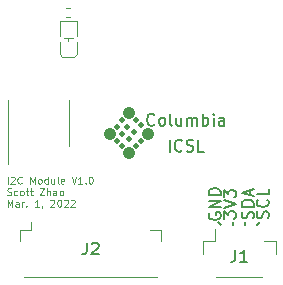
<source format=gbr>
%TF.GenerationSoftware,KiCad,Pcbnew,(6.0.0-0)*%
%TF.CreationDate,2022-03-07T15:49:25-05:00*%
%TF.ProjectId,qwiic,71776969-632e-46b6-9963-61645f706362,rev?*%
%TF.SameCoordinates,Original*%
%TF.FileFunction,Legend,Top*%
%TF.FilePolarity,Positive*%
%FSLAX46Y46*%
G04 Gerber Fmt 4.6, Leading zero omitted, Abs format (unit mm)*
G04 Created by KiCad (PCBNEW (6.0.0-0)) date 2022-03-07 15:49:25*
%MOMM*%
%LPD*%
G01*
G04 APERTURE LIST*
%ADD10C,0.152400*%
%ADD11C,0.080000*%
%ADD12C,0.150000*%
%ADD13C,0.200000*%
%ADD14C,0.120000*%
%ADD15C,0.500000*%
%ADD16C,1.000000*%
G04 APERTURE END LIST*
D10*
X112522000Y-81788000D02*
X112522000Y-81534000D01*
X114554000Y-81788000D02*
X114808000Y-81534000D01*
X111506000Y-81788000D02*
X111252000Y-81534000D01*
X113538000Y-81788000D02*
X113538000Y-81534000D01*
D11*
X93412857Y-78299428D02*
X93412857Y-77699428D01*
X93670000Y-77756571D02*
X93698571Y-77728000D01*
X93755714Y-77699428D01*
X93898571Y-77699428D01*
X93955714Y-77728000D01*
X93984285Y-77756571D01*
X94012857Y-77813714D01*
X94012857Y-77870857D01*
X93984285Y-77956571D01*
X93641428Y-78299428D01*
X94012857Y-78299428D01*
X94612857Y-78242285D02*
X94584285Y-78270857D01*
X94498571Y-78299428D01*
X94441428Y-78299428D01*
X94355714Y-78270857D01*
X94298571Y-78213714D01*
X94270000Y-78156571D01*
X94241428Y-78042285D01*
X94241428Y-77956571D01*
X94270000Y-77842285D01*
X94298571Y-77785142D01*
X94355714Y-77728000D01*
X94441428Y-77699428D01*
X94498571Y-77699428D01*
X94584285Y-77728000D01*
X94612857Y-77756571D01*
X95327142Y-78299428D02*
X95327142Y-77699428D01*
X95527142Y-78128000D01*
X95727142Y-77699428D01*
X95727142Y-78299428D01*
X96098571Y-78299428D02*
X96041428Y-78270857D01*
X96012857Y-78242285D01*
X95984285Y-78185142D01*
X95984285Y-78013714D01*
X96012857Y-77956571D01*
X96041428Y-77928000D01*
X96098571Y-77899428D01*
X96184285Y-77899428D01*
X96241428Y-77928000D01*
X96270000Y-77956571D01*
X96298571Y-78013714D01*
X96298571Y-78185142D01*
X96270000Y-78242285D01*
X96241428Y-78270857D01*
X96184285Y-78299428D01*
X96098571Y-78299428D01*
X96812857Y-78299428D02*
X96812857Y-77699428D01*
X96812857Y-78270857D02*
X96755714Y-78299428D01*
X96641428Y-78299428D01*
X96584285Y-78270857D01*
X96555714Y-78242285D01*
X96527142Y-78185142D01*
X96527142Y-78013714D01*
X96555714Y-77956571D01*
X96584285Y-77928000D01*
X96641428Y-77899428D01*
X96755714Y-77899428D01*
X96812857Y-77928000D01*
X97355714Y-77899428D02*
X97355714Y-78299428D01*
X97098571Y-77899428D02*
X97098571Y-78213714D01*
X97127142Y-78270857D01*
X97184285Y-78299428D01*
X97270000Y-78299428D01*
X97327142Y-78270857D01*
X97355714Y-78242285D01*
X97727142Y-78299428D02*
X97670000Y-78270857D01*
X97641428Y-78213714D01*
X97641428Y-77699428D01*
X98184285Y-78270857D02*
X98127142Y-78299428D01*
X98012857Y-78299428D01*
X97955714Y-78270857D01*
X97927142Y-78213714D01*
X97927142Y-77985142D01*
X97955714Y-77928000D01*
X98012857Y-77899428D01*
X98127142Y-77899428D01*
X98184285Y-77928000D01*
X98212857Y-77985142D01*
X98212857Y-78042285D01*
X97927142Y-78099428D01*
X98841428Y-77699428D02*
X99041428Y-78299428D01*
X99241428Y-77699428D01*
X99755714Y-78299428D02*
X99412857Y-78299428D01*
X99584285Y-78299428D02*
X99584285Y-77699428D01*
X99527142Y-77785142D01*
X99470000Y-77842285D01*
X99412857Y-77870857D01*
X100012857Y-78242285D02*
X100041428Y-78270857D01*
X100012857Y-78299428D01*
X99984285Y-78270857D01*
X100012857Y-78242285D01*
X100012857Y-78299428D01*
X100412857Y-77699428D02*
X100470000Y-77699428D01*
X100527142Y-77728000D01*
X100555714Y-77756571D01*
X100584285Y-77813714D01*
X100612857Y-77928000D01*
X100612857Y-78070857D01*
X100584285Y-78185142D01*
X100555714Y-78242285D01*
X100527142Y-78270857D01*
X100470000Y-78299428D01*
X100412857Y-78299428D01*
X100355714Y-78270857D01*
X100327142Y-78242285D01*
X100298571Y-78185142D01*
X100270000Y-78070857D01*
X100270000Y-77928000D01*
X100298571Y-77813714D01*
X100327142Y-77756571D01*
X100355714Y-77728000D01*
X100412857Y-77699428D01*
X93384285Y-79236857D02*
X93470000Y-79265428D01*
X93612857Y-79265428D01*
X93670000Y-79236857D01*
X93698571Y-79208285D01*
X93727142Y-79151142D01*
X93727142Y-79094000D01*
X93698571Y-79036857D01*
X93670000Y-79008285D01*
X93612857Y-78979714D01*
X93498571Y-78951142D01*
X93441428Y-78922571D01*
X93412857Y-78894000D01*
X93384285Y-78836857D01*
X93384285Y-78779714D01*
X93412857Y-78722571D01*
X93441428Y-78694000D01*
X93498571Y-78665428D01*
X93641428Y-78665428D01*
X93727142Y-78694000D01*
X94241428Y-79236857D02*
X94184285Y-79265428D01*
X94070000Y-79265428D01*
X94012857Y-79236857D01*
X93984285Y-79208285D01*
X93955714Y-79151142D01*
X93955714Y-78979714D01*
X93984285Y-78922571D01*
X94012857Y-78894000D01*
X94070000Y-78865428D01*
X94184285Y-78865428D01*
X94241428Y-78894000D01*
X94584285Y-79265428D02*
X94527142Y-79236857D01*
X94498571Y-79208285D01*
X94470000Y-79151142D01*
X94470000Y-78979714D01*
X94498571Y-78922571D01*
X94527142Y-78894000D01*
X94584285Y-78865428D01*
X94670000Y-78865428D01*
X94727142Y-78894000D01*
X94755714Y-78922571D01*
X94784285Y-78979714D01*
X94784285Y-79151142D01*
X94755714Y-79208285D01*
X94727142Y-79236857D01*
X94670000Y-79265428D01*
X94584285Y-79265428D01*
X94955714Y-78865428D02*
X95184285Y-78865428D01*
X95041428Y-78665428D02*
X95041428Y-79179714D01*
X95070000Y-79236857D01*
X95127142Y-79265428D01*
X95184285Y-79265428D01*
X95298571Y-78865428D02*
X95527142Y-78865428D01*
X95384285Y-78665428D02*
X95384285Y-79179714D01*
X95412857Y-79236857D01*
X95470000Y-79265428D01*
X95527142Y-79265428D01*
X96127142Y-78665428D02*
X96527142Y-78665428D01*
X96127142Y-79265428D01*
X96527142Y-79265428D01*
X96755714Y-79265428D02*
X96755714Y-78665428D01*
X97012857Y-79265428D02*
X97012857Y-78951142D01*
X96984285Y-78894000D01*
X96927142Y-78865428D01*
X96841428Y-78865428D01*
X96784285Y-78894000D01*
X96755714Y-78922571D01*
X97555714Y-79265428D02*
X97555714Y-78951142D01*
X97527142Y-78894000D01*
X97470000Y-78865428D01*
X97355714Y-78865428D01*
X97298571Y-78894000D01*
X97555714Y-79236857D02*
X97498571Y-79265428D01*
X97355714Y-79265428D01*
X97298571Y-79236857D01*
X97270000Y-79179714D01*
X97270000Y-79122571D01*
X97298571Y-79065428D01*
X97355714Y-79036857D01*
X97498571Y-79036857D01*
X97555714Y-79008285D01*
X97927142Y-79265428D02*
X97870000Y-79236857D01*
X97841428Y-79208285D01*
X97812857Y-79151142D01*
X97812857Y-78979714D01*
X97841428Y-78922571D01*
X97870000Y-78894000D01*
X97927142Y-78865428D01*
X98012857Y-78865428D01*
X98070000Y-78894000D01*
X98098571Y-78922571D01*
X98127142Y-78979714D01*
X98127142Y-79151142D01*
X98098571Y-79208285D01*
X98070000Y-79236857D01*
X98012857Y-79265428D01*
X97927142Y-79265428D01*
X93412857Y-80231428D02*
X93412857Y-79631428D01*
X93612857Y-80060000D01*
X93812857Y-79631428D01*
X93812857Y-80231428D01*
X94355714Y-80231428D02*
X94355714Y-79917142D01*
X94327142Y-79860000D01*
X94270000Y-79831428D01*
X94155714Y-79831428D01*
X94098571Y-79860000D01*
X94355714Y-80202857D02*
X94298571Y-80231428D01*
X94155714Y-80231428D01*
X94098571Y-80202857D01*
X94070000Y-80145714D01*
X94070000Y-80088571D01*
X94098571Y-80031428D01*
X94155714Y-80002857D01*
X94298571Y-80002857D01*
X94355714Y-79974285D01*
X94641428Y-80231428D02*
X94641428Y-79831428D01*
X94641428Y-79945714D02*
X94670000Y-79888571D01*
X94698571Y-79860000D01*
X94755714Y-79831428D01*
X94812857Y-79831428D01*
X95012857Y-80174285D02*
X95041428Y-80202857D01*
X95012857Y-80231428D01*
X94984285Y-80202857D01*
X95012857Y-80174285D01*
X95012857Y-80231428D01*
X96070000Y-80231428D02*
X95727142Y-80231428D01*
X95898571Y-80231428D02*
X95898571Y-79631428D01*
X95841428Y-79717142D01*
X95784285Y-79774285D01*
X95727142Y-79802857D01*
X96355714Y-80202857D02*
X96355714Y-80231428D01*
X96327142Y-80288571D01*
X96298571Y-80317142D01*
X97041428Y-79688571D02*
X97070000Y-79660000D01*
X97127142Y-79631428D01*
X97270000Y-79631428D01*
X97327142Y-79660000D01*
X97355714Y-79688571D01*
X97384285Y-79745714D01*
X97384285Y-79802857D01*
X97355714Y-79888571D01*
X97012857Y-80231428D01*
X97384285Y-80231428D01*
X97755714Y-79631428D02*
X97812857Y-79631428D01*
X97870000Y-79660000D01*
X97898571Y-79688571D01*
X97927142Y-79745714D01*
X97955714Y-79860000D01*
X97955714Y-80002857D01*
X97927142Y-80117142D01*
X97898571Y-80174285D01*
X97870000Y-80202857D01*
X97812857Y-80231428D01*
X97755714Y-80231428D01*
X97698571Y-80202857D01*
X97670000Y-80174285D01*
X97641428Y-80117142D01*
X97612857Y-80002857D01*
X97612857Y-79860000D01*
X97641428Y-79745714D01*
X97670000Y-79688571D01*
X97698571Y-79660000D01*
X97755714Y-79631428D01*
X98184285Y-79688571D02*
X98212857Y-79660000D01*
X98270000Y-79631428D01*
X98412857Y-79631428D01*
X98470000Y-79660000D01*
X98498571Y-79688571D01*
X98527142Y-79745714D01*
X98527142Y-79802857D01*
X98498571Y-79888571D01*
X98155714Y-80231428D01*
X98527142Y-80231428D01*
X98755714Y-79688571D02*
X98784285Y-79660000D01*
X98841428Y-79631428D01*
X98984285Y-79631428D01*
X99041428Y-79660000D01*
X99070000Y-79688571D01*
X99098571Y-79745714D01*
X99098571Y-79802857D01*
X99070000Y-79888571D01*
X98727142Y-80231428D01*
X99098571Y-80231428D01*
D12*
X111720380Y-81248095D02*
X111720380Y-80629047D01*
X112101333Y-80962380D01*
X112101333Y-80819523D01*
X112148952Y-80724285D01*
X112196571Y-80676666D01*
X112291809Y-80629047D01*
X112529904Y-80629047D01*
X112625142Y-80676666D01*
X112672761Y-80724285D01*
X112720380Y-80819523D01*
X112720380Y-81105238D01*
X112672761Y-81200476D01*
X112625142Y-81248095D01*
X111720380Y-80343333D02*
X112720380Y-80010000D01*
X111720380Y-79676666D01*
X111720380Y-79438571D02*
X111720380Y-78819523D01*
X112101333Y-79152857D01*
X112101333Y-79010000D01*
X112148952Y-78914761D01*
X112196571Y-78867142D01*
X112291809Y-78819523D01*
X112529904Y-78819523D01*
X112625142Y-78867142D01*
X112672761Y-78914761D01*
X112720380Y-79010000D01*
X112720380Y-79295714D01*
X112672761Y-79390952D01*
X112625142Y-79438571D01*
X110498000Y-80771904D02*
X110450380Y-80867142D01*
X110450380Y-81010000D01*
X110498000Y-81152857D01*
X110593238Y-81248095D01*
X110688476Y-81295714D01*
X110878952Y-81343333D01*
X111021809Y-81343333D01*
X111212285Y-81295714D01*
X111307523Y-81248095D01*
X111402761Y-81152857D01*
X111450380Y-81010000D01*
X111450380Y-80914761D01*
X111402761Y-80771904D01*
X111355142Y-80724285D01*
X111021809Y-80724285D01*
X111021809Y-80914761D01*
X111450380Y-80295714D02*
X110450380Y-80295714D01*
X111450380Y-79724285D01*
X110450380Y-79724285D01*
X111450380Y-79248095D02*
X110450380Y-79248095D01*
X110450380Y-79010000D01*
X110498000Y-78867142D01*
X110593238Y-78771904D01*
X110688476Y-78724285D01*
X110878952Y-78676666D01*
X111021809Y-78676666D01*
X111212285Y-78724285D01*
X111307523Y-78771904D01*
X111402761Y-78867142D01*
X111450380Y-79010000D01*
X111450380Y-79248095D01*
X115466761Y-81200476D02*
X115514380Y-81057619D01*
X115514380Y-80819523D01*
X115466761Y-80724285D01*
X115419142Y-80676666D01*
X115323904Y-80629047D01*
X115228666Y-80629047D01*
X115133428Y-80676666D01*
X115085809Y-80724285D01*
X115038190Y-80819523D01*
X114990571Y-81010000D01*
X114942952Y-81105238D01*
X114895333Y-81152857D01*
X114800095Y-81200476D01*
X114704857Y-81200476D01*
X114609619Y-81152857D01*
X114562000Y-81105238D01*
X114514380Y-81010000D01*
X114514380Y-80771904D01*
X114562000Y-80629047D01*
X115419142Y-79629047D02*
X115466761Y-79676666D01*
X115514380Y-79819523D01*
X115514380Y-79914761D01*
X115466761Y-80057619D01*
X115371523Y-80152857D01*
X115276285Y-80200476D01*
X115085809Y-80248095D01*
X114942952Y-80248095D01*
X114752476Y-80200476D01*
X114657238Y-80152857D01*
X114562000Y-80057619D01*
X114514380Y-79914761D01*
X114514380Y-79819523D01*
X114562000Y-79676666D01*
X114609619Y-79629047D01*
X115514380Y-78724285D02*
X115514380Y-79200476D01*
X114514380Y-79200476D01*
X114196761Y-81224285D02*
X114244380Y-81081428D01*
X114244380Y-80843333D01*
X114196761Y-80748095D01*
X114149142Y-80700476D01*
X114053904Y-80652857D01*
X113958666Y-80652857D01*
X113863428Y-80700476D01*
X113815809Y-80748095D01*
X113768190Y-80843333D01*
X113720571Y-81033809D01*
X113672952Y-81129047D01*
X113625333Y-81176666D01*
X113530095Y-81224285D01*
X113434857Y-81224285D01*
X113339619Y-81176666D01*
X113292000Y-81129047D01*
X113244380Y-81033809D01*
X113244380Y-80795714D01*
X113292000Y-80652857D01*
X114244380Y-80224285D02*
X113244380Y-80224285D01*
X113244380Y-79986190D01*
X113292000Y-79843333D01*
X113387238Y-79748095D01*
X113482476Y-79700476D01*
X113672952Y-79652857D01*
X113815809Y-79652857D01*
X114006285Y-79700476D01*
X114101523Y-79748095D01*
X114196761Y-79843333D01*
X114244380Y-79986190D01*
X114244380Y-80224285D01*
X113958666Y-79271904D02*
X113958666Y-78795714D01*
X114244380Y-79367142D02*
X113244380Y-79033809D01*
X114244380Y-78700476D01*
%TO.C,J2*%
X100123666Y-83272380D02*
X100123666Y-83986666D01*
X100076047Y-84129523D01*
X99980809Y-84224761D01*
X99837952Y-84272380D01*
X99742714Y-84272380D01*
X100552238Y-83367619D02*
X100599857Y-83320000D01*
X100695095Y-83272380D01*
X100933190Y-83272380D01*
X101028428Y-83320000D01*
X101076047Y-83367619D01*
X101123666Y-83462857D01*
X101123666Y-83558095D01*
X101076047Y-83700952D01*
X100504619Y-84272380D01*
X101123666Y-84272380D01*
%TO.C,J1*%
X112696666Y-83907380D02*
X112696666Y-84621666D01*
X112649047Y-84764523D01*
X112553809Y-84859761D01*
X112410952Y-84907380D01*
X112315714Y-84907380D01*
X113696666Y-84907380D02*
X113125238Y-84907380D01*
X113410952Y-84907380D02*
X113410952Y-83907380D01*
X113315714Y-84050238D01*
X113220476Y-84145476D01*
X113125238Y-84193095D01*
D13*
%TO.C,U1*%
X107137047Y-75566380D02*
X107137047Y-74566380D01*
X108184666Y-75471142D02*
X108137047Y-75518761D01*
X107994190Y-75566380D01*
X107898952Y-75566380D01*
X107756095Y-75518761D01*
X107660857Y-75423523D01*
X107613238Y-75328285D01*
X107565619Y-75137809D01*
X107565619Y-74994952D01*
X107613238Y-74804476D01*
X107660857Y-74709238D01*
X107756095Y-74614000D01*
X107898952Y-74566380D01*
X107994190Y-74566380D01*
X108137047Y-74614000D01*
X108184666Y-74661619D01*
X108565619Y-75518761D02*
X108708476Y-75566380D01*
X108946571Y-75566380D01*
X109041809Y-75518761D01*
X109089428Y-75471142D01*
X109137047Y-75375904D01*
X109137047Y-75280666D01*
X109089428Y-75185428D01*
X109041809Y-75137809D01*
X108946571Y-75090190D01*
X108756095Y-75042571D01*
X108660857Y-74994952D01*
X108613238Y-74947333D01*
X108565619Y-74852095D01*
X108565619Y-74756857D01*
X108613238Y-74661619D01*
X108660857Y-74614000D01*
X108756095Y-74566380D01*
X108994190Y-74566380D01*
X109137047Y-74614000D01*
X110041809Y-75566380D02*
X109565619Y-75566380D01*
X109565619Y-74566380D01*
X105851333Y-73271142D02*
X105803714Y-73318761D01*
X105660857Y-73366380D01*
X105565619Y-73366380D01*
X105422761Y-73318761D01*
X105327523Y-73223523D01*
X105279904Y-73128285D01*
X105232285Y-72937809D01*
X105232285Y-72794952D01*
X105279904Y-72604476D01*
X105327523Y-72509238D01*
X105422761Y-72414000D01*
X105565619Y-72366380D01*
X105660857Y-72366380D01*
X105803714Y-72414000D01*
X105851333Y-72461619D01*
X106422761Y-73366380D02*
X106327523Y-73318761D01*
X106279904Y-73271142D01*
X106232285Y-73175904D01*
X106232285Y-72890190D01*
X106279904Y-72794952D01*
X106327523Y-72747333D01*
X106422761Y-72699714D01*
X106565619Y-72699714D01*
X106660857Y-72747333D01*
X106708476Y-72794952D01*
X106756095Y-72890190D01*
X106756095Y-73175904D01*
X106708476Y-73271142D01*
X106660857Y-73318761D01*
X106565619Y-73366380D01*
X106422761Y-73366380D01*
X107327523Y-73366380D02*
X107232285Y-73318761D01*
X107184666Y-73223523D01*
X107184666Y-72366380D01*
X108137047Y-72699714D02*
X108137047Y-73366380D01*
X107708476Y-72699714D02*
X107708476Y-73223523D01*
X107756095Y-73318761D01*
X107851333Y-73366380D01*
X107994190Y-73366380D01*
X108089428Y-73318761D01*
X108137047Y-73271142D01*
X108613238Y-73366380D02*
X108613238Y-72699714D01*
X108613238Y-72794952D02*
X108660857Y-72747333D01*
X108756095Y-72699714D01*
X108898952Y-72699714D01*
X108994190Y-72747333D01*
X109041809Y-72842571D01*
X109041809Y-73366380D01*
X109041809Y-72842571D02*
X109089428Y-72747333D01*
X109184666Y-72699714D01*
X109327523Y-72699714D01*
X109422761Y-72747333D01*
X109470380Y-72842571D01*
X109470380Y-73366380D01*
X109946571Y-73366380D02*
X109946571Y-72366380D01*
X109946571Y-72747333D02*
X110041809Y-72699714D01*
X110232285Y-72699714D01*
X110327523Y-72747333D01*
X110375142Y-72794952D01*
X110422761Y-72890190D01*
X110422761Y-73175904D01*
X110375142Y-73271142D01*
X110327523Y-73318761D01*
X110232285Y-73366380D01*
X110041809Y-73366380D01*
X109946571Y-73318761D01*
X110851333Y-73366380D02*
X110851333Y-72699714D01*
X110851333Y-72366380D02*
X110803714Y-72414000D01*
X110851333Y-72461619D01*
X110898952Y-72414000D01*
X110851333Y-72366380D01*
X110851333Y-72461619D01*
X111756095Y-73366380D02*
X111756095Y-72842571D01*
X111708476Y-72747333D01*
X111613238Y-72699714D01*
X111422761Y-72699714D01*
X111327523Y-72747333D01*
X111756095Y-73318761D02*
X111660857Y-73366380D01*
X111422761Y-73366380D01*
X111327523Y-73318761D01*
X111279904Y-73223523D01*
X111279904Y-73128285D01*
X111327523Y-73033047D01*
X111422761Y-72985428D01*
X111660857Y-72985428D01*
X111756095Y-72937809D01*
D14*
%TO.C,J2*%
X94472000Y-83179000D02*
X94472000Y-82229000D01*
X106442000Y-82229000D02*
X105492000Y-82229000D01*
X95422000Y-82229000D02*
X95422000Y-81539000D01*
X106442000Y-83179000D02*
X106442000Y-82229000D01*
X94472000Y-82229000D02*
X95422000Y-82229000D01*
X94842000Y-86149000D02*
X106072000Y-86149000D01*
%TO.C,R1*%
X98705641Y-64134000D02*
X98398359Y-64134000D01*
X98705641Y-63374000D02*
X98398359Y-63374000D01*
%TO.C,J1*%
X110970000Y-83110000D02*
X110970000Y-82120000D01*
X116140000Y-84260000D02*
X116140000Y-83110000D01*
X109920000Y-84260000D02*
X109920000Y-83110000D01*
X109920000Y-83110000D02*
X110970000Y-83110000D01*
X111090000Y-86230000D02*
X114970000Y-86230000D01*
X116140000Y-83110000D02*
X115090000Y-83110000D01*
%TO.C,U2*%
X93452000Y-73152000D02*
X93452000Y-76602000D01*
X98572000Y-73152000D02*
X98572000Y-71202000D01*
X93452000Y-73152000D02*
X93452000Y-71202000D01*
X98572000Y-73152000D02*
X98572000Y-75102000D01*
D15*
%TO.C,U1*%
X104318000Y-75114000D02*
G75*
G03*
X104318000Y-75114000I0J0D01*
G01*
X103118000Y-75114000D02*
G75*
G03*
X103118000Y-75114000I0J0D01*
G01*
X102718000Y-74714000D02*
G75*
G03*
X102718000Y-74714000I0J0D01*
G01*
X104718000Y-74714000D02*
G75*
G03*
X104718000Y-74714000I0J0D01*
G01*
X103518000Y-73514000D02*
G75*
G03*
X103518000Y-73514000I0J0D01*
G01*
X104318000Y-72914000D02*
G75*
G03*
X104318000Y-72914000I0J0D01*
G01*
X102718000Y-73514000D02*
G75*
G03*
X102718000Y-73514000I0J0D01*
G01*
D16*
X102118000Y-74114000D02*
G75*
G03*
X102118000Y-74114000I0J0D01*
G01*
D15*
X104718000Y-73314000D02*
G75*
G03*
X104718000Y-73314000I0J0D01*
G01*
D16*
X105318000Y-74114000D02*
G75*
G03*
X105318000Y-74114000I0J0D01*
G01*
D15*
X103118000Y-72914000D02*
G75*
G03*
X103118000Y-72914000I0J0D01*
G01*
X103718000Y-74514000D02*
G75*
G03*
X103718000Y-74514000I0J0D01*
G01*
X103118000Y-74114000D02*
G75*
G03*
X103118000Y-74114000I0J0D01*
G01*
D16*
X103718000Y-75714000D02*
G75*
G03*
X103718000Y-75714000I0J0D01*
G01*
D15*
X104118000Y-73914000D02*
G75*
G03*
X104118000Y-73914000I0J0D01*
G01*
D16*
X103718000Y-72314000D02*
G75*
G03*
X103718000Y-72314000I0J0D01*
G01*
D14*
%TO.C,D1*%
X99287000Y-67310000D02*
X99060000Y-67564000D01*
X98552000Y-65913000D02*
X98552000Y-66167000D01*
X98171000Y-65913000D02*
X98933000Y-65913000D01*
X99287000Y-65786000D02*
X99287000Y-64555000D01*
X97817000Y-66294000D02*
X97817000Y-67310000D01*
X97817000Y-64555000D02*
X97817000Y-65786000D01*
X98044000Y-67564000D02*
X97817000Y-67310000D01*
X99060000Y-67564000D02*
X98044000Y-67564000D01*
X99287000Y-67310000D02*
X99287000Y-66294000D01*
X99287000Y-64555000D02*
X97817000Y-64555000D01*
%TD*%
M02*

</source>
